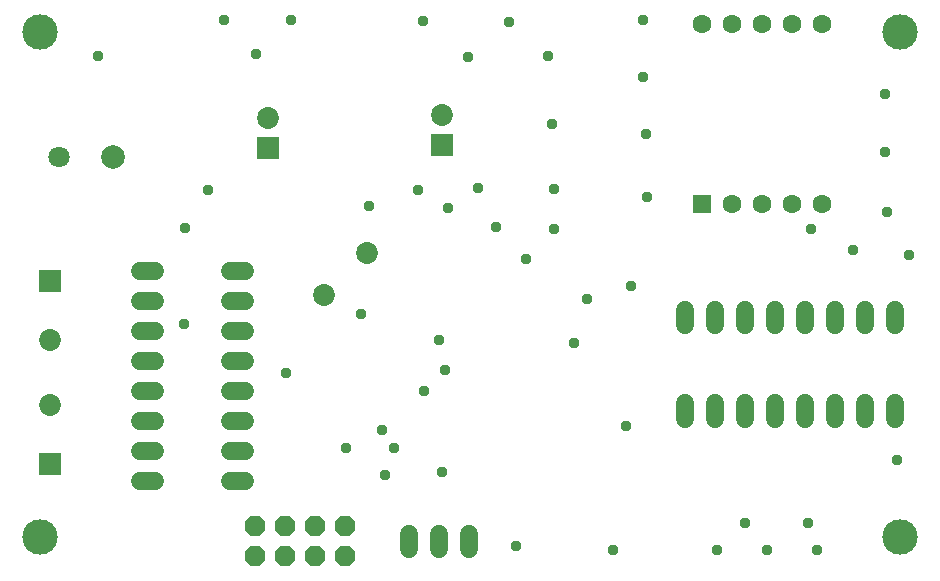
<source format=gbr>
G04 EAGLE Gerber RS-274X export*
G75*
%MOMM*%
%FSLAX34Y34*%
%LPD*%
%INSoldermask Bottom*%
%IPPOS*%
%AMOC8*
5,1,8,0,0,1.08239X$1,22.5*%
G01*
%ADD10R,1.854200X1.854200*%
%ADD11C,1.854200*%
%ADD12R,1.853200X1.853200*%
%ADD13C,1.853200*%
%ADD14C,2.003200*%
%ADD15C,1.803200*%
%ADD16C,3.003200*%
%ADD17C,1.524000*%
%ADD18P,1.869504X8X22.500000*%
%ADD19R,1.603200X1.603200*%
%ADD20C,1.603200*%
%ADD21C,1.491200*%
%ADD22C,0.959600*%


D10*
X228600Y365960D03*
D11*
X228600Y390960D03*
D10*
X375920Y368500D03*
D11*
X375920Y393500D03*
D12*
X44183Y253078D03*
D13*
X44183Y203078D03*
D14*
X97433Y358146D03*
D15*
X52433Y358146D03*
D16*
X36155Y464227D03*
X764305Y464116D03*
X763755Y36253D03*
X36095Y36033D03*
D17*
X120396Y261620D02*
X133604Y261620D01*
X133604Y236220D02*
X120396Y236220D01*
X120396Y109220D02*
X133604Y109220D01*
X133604Y83820D02*
X120396Y83820D01*
X120396Y210820D02*
X133604Y210820D01*
X133604Y185420D02*
X120396Y185420D01*
X120396Y134620D02*
X133604Y134620D01*
X133604Y160020D02*
X120396Y160020D01*
X196596Y83820D02*
X209804Y83820D01*
X209804Y109220D02*
X196596Y109220D01*
X196596Y134620D02*
X209804Y134620D01*
X209804Y160020D02*
X196596Y160020D01*
X196596Y185420D02*
X209804Y185420D01*
X209804Y210820D02*
X196596Y210820D01*
X196596Y236220D02*
X209804Y236220D01*
X209804Y261620D02*
X196596Y261620D01*
D12*
X44206Y97890D03*
D13*
X44206Y147890D03*
D17*
X399396Y39200D02*
X399396Y25992D01*
X348596Y25992D02*
X348596Y39200D01*
X373996Y39200D02*
X373996Y25992D01*
D18*
X217841Y20253D03*
X217841Y45653D03*
X243241Y20253D03*
X243241Y45653D03*
X268641Y20253D03*
X268641Y45653D03*
X294041Y20253D03*
X294041Y45653D03*
D19*
X596721Y318759D03*
D20*
X622121Y318759D03*
X647521Y318759D03*
X672921Y318759D03*
X698321Y318759D03*
X698321Y471159D03*
X672921Y471159D03*
X647521Y471159D03*
X622121Y471159D03*
X596721Y471159D03*
D21*
X581660Y149620D02*
X581660Y136740D01*
X607060Y136740D02*
X607060Y149620D01*
X632460Y149620D02*
X632460Y136740D01*
X657860Y136740D02*
X657860Y149620D01*
X683260Y149620D02*
X683260Y136740D01*
X708660Y136740D02*
X708660Y149620D01*
X734060Y149620D02*
X734060Y136740D01*
X759460Y136740D02*
X759460Y149620D01*
X759460Y216140D02*
X759460Y229020D01*
X734060Y229020D02*
X734060Y216140D01*
X708660Y216140D02*
X708660Y229020D01*
X683260Y229020D02*
X683260Y216140D01*
X657860Y216140D02*
X657860Y229020D01*
X632460Y229020D02*
X632460Y216140D01*
X607060Y216140D02*
X607060Y229020D01*
X581660Y229020D02*
X581660Y216140D01*
D11*
X276679Y241119D03*
X312601Y277041D03*
D22*
X375920Y91440D03*
X381000Y314960D03*
X447040Y271780D03*
X535940Y248920D03*
X327660Y88900D03*
X360680Y160020D03*
X685800Y48260D03*
X632460Y48260D03*
X487680Y200660D03*
X325120Y127000D03*
X335280Y111760D03*
X378460Y177800D03*
X373380Y203200D03*
X294640Y111760D03*
X243840Y175260D03*
X688340Y297180D03*
X723900Y279400D03*
X355600Y330200D03*
X177800Y330200D03*
X85103Y444006D03*
X218934Y445723D03*
X398405Y442633D03*
X406640Y332060D03*
X248788Y474568D03*
X192168Y473881D03*
X360657Y473538D03*
X432720Y472851D03*
X466350Y443319D03*
X471154Y331030D03*
X469095Y386316D03*
X546305Y474568D03*
X546648Y425806D03*
X549050Y377731D03*
X549737Y324506D03*
X422426Y299095D03*
X470811Y297034D03*
X158881Y298064D03*
X314674Y316951D03*
X308154Y225265D03*
X157852Y216681D03*
X438897Y28845D03*
X520911Y25754D03*
X531892Y130146D03*
X608949Y25732D03*
X651456Y25237D03*
X693470Y25732D03*
X761680Y101442D03*
X498725Y238018D03*
X751794Y411706D03*
X751794Y362717D03*
X752783Y311749D03*
X772060Y275131D03*
M02*

</source>
